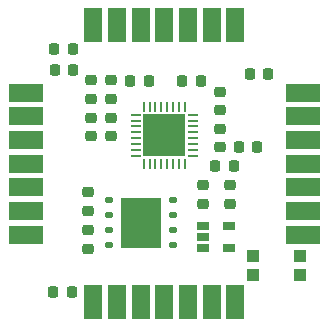
<source format=gbr>
G04 #@! TF.GenerationSoftware,KiCad,Pcbnew,(5.99.0-7341-g916db1094)*
G04 #@! TF.CreationDate,2020-12-04T14:01:58-06:00*
G04 #@! TF.ProjectId,CircuitBrains Basic v1_2,43697263-7569-4744-9272-61696e732042,rev?*
G04 #@! TF.SameCoordinates,Original*
G04 #@! TF.FileFunction,Soldermask,Top*
G04 #@! TF.FilePolarity,Negative*
%FSLAX46Y46*%
G04 Gerber Fmt 4.6, Leading zero omitted, Abs format (unit mm)*
G04 Created by KiCad (PCBNEW (5.99.0-7341-g916db1094)) date 2020-12-04 14:01:58*
%MOMM*%
%LPD*%
G01*
G04 APERTURE LIST*
G04 Aperture macros list*
%AMRoundRect*
0 Rectangle with rounded corners*
0 $1 Rounding radius*
0 $2 $3 $4 $5 $6 $7 $8 $9 X,Y pos of 4 corners*
0 Add a 4 corners polygon primitive as box body*
4,1,4,$2,$3,$4,$5,$6,$7,$8,$9,$2,$3,0*
0 Add four circle primitives for the rounded corners*
1,1,$1+$1,$2,$3,0*
1,1,$1+$1,$4,$5,0*
1,1,$1+$1,$6,$7,0*
1,1,$1+$1,$8,$9,0*
0 Add four rect primitives between the rounded corners*
20,1,$1+$1,$2,$3,$4,$5,0*
20,1,$1+$1,$4,$5,$6,$7,0*
20,1,$1+$1,$6,$7,$8,$9,0*
20,1,$1+$1,$8,$9,$2,$3,0*%
G04 Aperture macros list end*
%ADD10RoundRect,0.218750X0.256250X-0.218750X0.256250X0.218750X-0.256250X0.218750X-0.256250X-0.218750X0*%
%ADD11RoundRect,0.218750X-0.218750X-0.256250X0.218750X-0.256250X0.218750X0.256250X-0.218750X0.256250X0*%
%ADD12RoundRect,0.218750X-0.256250X0.218750X-0.256250X-0.218750X0.256250X-0.218750X0.256250X0.218750X0*%
%ADD13RoundRect,0.218750X0.218750X0.256250X-0.218750X0.256250X-0.218750X-0.256250X0.218750X-0.256250X0*%
%ADD14R,0.260000X0.840000*%
%ADD15R,0.840000X0.260000*%
%ADD16R,3.600000X3.600000*%
%ADD17R,1.000000X1.000000*%
%ADD18R,3.000000X1.500000*%
%ADD19R,1.500000X3.000000*%
%ADD20R,1.060000X0.650000*%
%ADD21RoundRect,0.125000X-0.250000X-0.125000X0.250000X-0.125000X0.250000X0.125000X-0.250000X0.125000X0*%
%ADD22R,3.400000X4.300000*%
G04 APERTURE END LIST*
D10*
X104800000Y-101099500D03*
X104800000Y-99524500D03*
X95600000Y-100187500D03*
X95600000Y-98612500D03*
D11*
X106400500Y-101100000D03*
X107975500Y-101100000D03*
D10*
X103400000Y-105887500D03*
X103400000Y-104312500D03*
D12*
X93600000Y-108124500D03*
X93600000Y-109699500D03*
D13*
X103199500Y-95500000D03*
X101624500Y-95500000D03*
D10*
X105700000Y-105875500D03*
X105700000Y-104300500D03*
X93900000Y-100187500D03*
X93900000Y-98612500D03*
X104800000Y-97987500D03*
X104800000Y-96412500D03*
D11*
X90800000Y-92800000D03*
X92375000Y-92800000D03*
X90812500Y-94600000D03*
X92387500Y-94600000D03*
D10*
X93600000Y-106499500D03*
X93600000Y-104924500D03*
D13*
X105999500Y-102700000D03*
X104424500Y-102700000D03*
D10*
X95600000Y-97000000D03*
X95600000Y-95425000D03*
D11*
X97200000Y-95500000D03*
X98775000Y-95500000D03*
D10*
X93900000Y-97000000D03*
X93900000Y-95425000D03*
D14*
X101850000Y-97665000D03*
X101350000Y-97665000D03*
X100850000Y-97665000D03*
X100350000Y-97665000D03*
X99850000Y-97665000D03*
X99350000Y-97665000D03*
X98850000Y-97665000D03*
X98350000Y-97665000D03*
D15*
X97665000Y-98350000D03*
X97665000Y-98850000D03*
X97665000Y-99350000D03*
X97665000Y-99850000D03*
X97665000Y-100350000D03*
X97665000Y-100850000D03*
X97665000Y-101350000D03*
X97665000Y-101850000D03*
D14*
X98350000Y-102535000D03*
X98850000Y-102535000D03*
X99350000Y-102535000D03*
X99850000Y-102535000D03*
X100350000Y-102535000D03*
X100850000Y-102535000D03*
X101350000Y-102535000D03*
X101850000Y-102535000D03*
D15*
X102535000Y-101850000D03*
X102535000Y-101350000D03*
X102535000Y-100850000D03*
X102535000Y-100350000D03*
X102535000Y-99850000D03*
X102535000Y-99350000D03*
X102535000Y-98850000D03*
X102535000Y-98350000D03*
D16*
X100100000Y-100100000D03*
D17*
X111600000Y-111900000D03*
X107600000Y-111900000D03*
X111600000Y-110300000D03*
X107600000Y-110300000D03*
D18*
X88350000Y-96500000D03*
X88350000Y-98500000D03*
X88350000Y-100500000D03*
X88350000Y-102500000D03*
X88350000Y-104500000D03*
X88350000Y-106500000D03*
X88350000Y-108500000D03*
D19*
X94100000Y-114250000D03*
X96100000Y-114250000D03*
X98100000Y-114250000D03*
X100100000Y-114250000D03*
X102100000Y-114250000D03*
X104100000Y-114250000D03*
X106100000Y-114250000D03*
D18*
X111850000Y-108500000D03*
X111850000Y-106500000D03*
X111850000Y-104500000D03*
X111850000Y-102500000D03*
X111850000Y-100500000D03*
X111850000Y-98500000D03*
X111850000Y-96500000D03*
D19*
X106100000Y-90750000D03*
X104100000Y-90750000D03*
X102100000Y-90750000D03*
X100100000Y-90750000D03*
X98100000Y-90750000D03*
X96100000Y-90750000D03*
X94100000Y-90750000D03*
D20*
X103400000Y-107750000D03*
X103400000Y-108700000D03*
X103400000Y-109650000D03*
X105600000Y-109650000D03*
X105600000Y-107750000D03*
D13*
X92275000Y-113400000D03*
X90700000Y-113400000D03*
D21*
X95400000Y-105595000D03*
X95400000Y-106865000D03*
X95400000Y-108135000D03*
X95400000Y-109405000D03*
X100800000Y-109405000D03*
X100800000Y-108135000D03*
X100800000Y-106865000D03*
X100800000Y-105595000D03*
D22*
X98100000Y-107500000D03*
D11*
X107312500Y-94900000D03*
X108887500Y-94900000D03*
M02*

</source>
